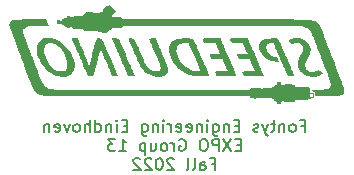
<source format=gbo>
G04 #@! TF.GenerationSoftware,KiCad,Pcbnew,(6.0.10)*
G04 #@! TF.CreationDate,2023-01-07T19:39:58+01:00*
G04 #@! TF.ProjectId,perfectV2.1v0,70657266-6563-4745-9632-2e3176302e6b,6*
G04 #@! TF.SameCoordinates,Original*
G04 #@! TF.FileFunction,Legend,Bot*
G04 #@! TF.FilePolarity,Positive*
%FSLAX46Y46*%
G04 Gerber Fmt 4.6, Leading zero omitted, Abs format (unit mm)*
G04 Created by KiCad (PCBNEW (6.0.10)) date 2023-01-07 19:39:58*
%MOMM*%
%LPD*%
G01*
G04 APERTURE LIST*
%ADD10C,0.150000*%
G04 APERTURE END LIST*
D10*
X95214285Y-88518571D02*
X95547619Y-88518571D01*
X95547619Y-89042380D02*
X95547619Y-88042380D01*
X95071428Y-88042380D01*
X94547619Y-89042380D02*
X94642857Y-88994761D01*
X94690476Y-88947142D01*
X94738095Y-88851904D01*
X94738095Y-88566190D01*
X94690476Y-88470952D01*
X94642857Y-88423333D01*
X94547619Y-88375714D01*
X94404761Y-88375714D01*
X94309523Y-88423333D01*
X94261904Y-88470952D01*
X94214285Y-88566190D01*
X94214285Y-88851904D01*
X94261904Y-88947142D01*
X94309523Y-88994761D01*
X94404761Y-89042380D01*
X94547619Y-89042380D01*
X93785714Y-88375714D02*
X93785714Y-89042380D01*
X93785714Y-88470952D02*
X93738095Y-88423333D01*
X93642857Y-88375714D01*
X93500000Y-88375714D01*
X93404761Y-88423333D01*
X93357142Y-88518571D01*
X93357142Y-89042380D01*
X93023809Y-88375714D02*
X92642857Y-88375714D01*
X92880952Y-88042380D02*
X92880952Y-88899523D01*
X92833333Y-88994761D01*
X92738095Y-89042380D01*
X92642857Y-89042380D01*
X92404761Y-88375714D02*
X92166666Y-89042380D01*
X91928571Y-88375714D02*
X92166666Y-89042380D01*
X92261904Y-89280476D01*
X92309523Y-89328095D01*
X92404761Y-89375714D01*
X91595238Y-88994761D02*
X91500000Y-89042380D01*
X91309523Y-89042380D01*
X91214285Y-88994761D01*
X91166666Y-88899523D01*
X91166666Y-88851904D01*
X91214285Y-88756666D01*
X91309523Y-88709047D01*
X91452380Y-88709047D01*
X91547619Y-88661428D01*
X91595238Y-88566190D01*
X91595238Y-88518571D01*
X91547619Y-88423333D01*
X91452380Y-88375714D01*
X91309523Y-88375714D01*
X91214285Y-88423333D01*
X89976190Y-88518571D02*
X89642857Y-88518571D01*
X89500000Y-89042380D02*
X89976190Y-89042380D01*
X89976190Y-88042380D01*
X89500000Y-88042380D01*
X89071428Y-88375714D02*
X89071428Y-89042380D01*
X89071428Y-88470952D02*
X89023809Y-88423333D01*
X88928571Y-88375714D01*
X88785714Y-88375714D01*
X88690476Y-88423333D01*
X88642857Y-88518571D01*
X88642857Y-89042380D01*
X87738095Y-88375714D02*
X87738095Y-89185238D01*
X87785714Y-89280476D01*
X87833333Y-89328095D01*
X87928571Y-89375714D01*
X88071428Y-89375714D01*
X88166666Y-89328095D01*
X87738095Y-88994761D02*
X87833333Y-89042380D01*
X88023809Y-89042380D01*
X88119047Y-88994761D01*
X88166666Y-88947142D01*
X88214285Y-88851904D01*
X88214285Y-88566190D01*
X88166666Y-88470952D01*
X88119047Y-88423333D01*
X88023809Y-88375714D01*
X87833333Y-88375714D01*
X87738095Y-88423333D01*
X87261904Y-89042380D02*
X87261904Y-88375714D01*
X87261904Y-88042380D02*
X87309523Y-88090000D01*
X87261904Y-88137619D01*
X87214285Y-88090000D01*
X87261904Y-88042380D01*
X87261904Y-88137619D01*
X86785714Y-88375714D02*
X86785714Y-89042380D01*
X86785714Y-88470952D02*
X86738095Y-88423333D01*
X86642857Y-88375714D01*
X86500000Y-88375714D01*
X86404761Y-88423333D01*
X86357142Y-88518571D01*
X86357142Y-89042380D01*
X85500000Y-88994761D02*
X85595238Y-89042380D01*
X85785714Y-89042380D01*
X85880952Y-88994761D01*
X85928571Y-88899523D01*
X85928571Y-88518571D01*
X85880952Y-88423333D01*
X85785714Y-88375714D01*
X85595238Y-88375714D01*
X85500000Y-88423333D01*
X85452380Y-88518571D01*
X85452380Y-88613809D01*
X85928571Y-88709047D01*
X84642857Y-88994761D02*
X84738095Y-89042380D01*
X84928571Y-89042380D01*
X85023809Y-88994761D01*
X85071428Y-88899523D01*
X85071428Y-88518571D01*
X85023809Y-88423333D01*
X84928571Y-88375714D01*
X84738095Y-88375714D01*
X84642857Y-88423333D01*
X84595238Y-88518571D01*
X84595238Y-88613809D01*
X85071428Y-88709047D01*
X84166666Y-89042380D02*
X84166666Y-88375714D01*
X84166666Y-88566190D02*
X84119047Y-88470952D01*
X84071428Y-88423333D01*
X83976190Y-88375714D01*
X83880952Y-88375714D01*
X83547619Y-89042380D02*
X83547619Y-88375714D01*
X83547619Y-88042380D02*
X83595238Y-88090000D01*
X83547619Y-88137619D01*
X83500000Y-88090000D01*
X83547619Y-88042380D01*
X83547619Y-88137619D01*
X83071428Y-88375714D02*
X83071428Y-89042380D01*
X83071428Y-88470952D02*
X83023809Y-88423333D01*
X82928571Y-88375714D01*
X82785714Y-88375714D01*
X82690476Y-88423333D01*
X82642857Y-88518571D01*
X82642857Y-89042380D01*
X81738095Y-88375714D02*
X81738095Y-89185238D01*
X81785714Y-89280476D01*
X81833333Y-89328095D01*
X81928571Y-89375714D01*
X82071428Y-89375714D01*
X82166666Y-89328095D01*
X81738095Y-88994761D02*
X81833333Y-89042380D01*
X82023809Y-89042380D01*
X82119047Y-88994761D01*
X82166666Y-88947142D01*
X82214285Y-88851904D01*
X82214285Y-88566190D01*
X82166666Y-88470952D01*
X82119047Y-88423333D01*
X82023809Y-88375714D01*
X81833333Y-88375714D01*
X81738095Y-88423333D01*
X80500000Y-88518571D02*
X80166666Y-88518571D01*
X80023809Y-89042380D02*
X80500000Y-89042380D01*
X80500000Y-88042380D01*
X80023809Y-88042380D01*
X79595238Y-89042380D02*
X79595238Y-88375714D01*
X79595238Y-88042380D02*
X79642857Y-88090000D01*
X79595238Y-88137619D01*
X79547619Y-88090000D01*
X79595238Y-88042380D01*
X79595238Y-88137619D01*
X79119047Y-88375714D02*
X79119047Y-89042380D01*
X79119047Y-88470952D02*
X79071428Y-88423333D01*
X78976190Y-88375714D01*
X78833333Y-88375714D01*
X78738095Y-88423333D01*
X78690476Y-88518571D01*
X78690476Y-89042380D01*
X77785714Y-89042380D02*
X77785714Y-88042380D01*
X77785714Y-88994761D02*
X77880952Y-89042380D01*
X78071428Y-89042380D01*
X78166666Y-88994761D01*
X78214285Y-88947142D01*
X78261904Y-88851904D01*
X78261904Y-88566190D01*
X78214285Y-88470952D01*
X78166666Y-88423333D01*
X78071428Y-88375714D01*
X77880952Y-88375714D01*
X77785714Y-88423333D01*
X77309523Y-89042380D02*
X77309523Y-88042380D01*
X76880952Y-89042380D02*
X76880952Y-88518571D01*
X76928571Y-88423333D01*
X77023809Y-88375714D01*
X77166666Y-88375714D01*
X77261904Y-88423333D01*
X77309523Y-88470952D01*
X76261904Y-89042380D02*
X76357142Y-88994761D01*
X76404761Y-88947142D01*
X76452380Y-88851904D01*
X76452380Y-88566190D01*
X76404761Y-88470952D01*
X76357142Y-88423333D01*
X76261904Y-88375714D01*
X76119047Y-88375714D01*
X76023809Y-88423333D01*
X75976190Y-88470952D01*
X75928571Y-88566190D01*
X75928571Y-88851904D01*
X75976190Y-88947142D01*
X76023809Y-88994761D01*
X76119047Y-89042380D01*
X76261904Y-89042380D01*
X75595238Y-88375714D02*
X75357142Y-89042380D01*
X75119047Y-88375714D01*
X74357142Y-88994761D02*
X74452380Y-89042380D01*
X74642857Y-89042380D01*
X74738095Y-88994761D01*
X74785714Y-88899523D01*
X74785714Y-88518571D01*
X74738095Y-88423333D01*
X74642857Y-88375714D01*
X74452380Y-88375714D01*
X74357142Y-88423333D01*
X74309523Y-88518571D01*
X74309523Y-88613809D01*
X74785714Y-88709047D01*
X73880952Y-88375714D02*
X73880952Y-89042380D01*
X73880952Y-88470952D02*
X73833333Y-88423333D01*
X73738095Y-88375714D01*
X73595238Y-88375714D01*
X73500000Y-88423333D01*
X73452380Y-88518571D01*
X73452380Y-89042380D01*
X90095238Y-90128571D02*
X89761904Y-90128571D01*
X89619047Y-90652380D02*
X90095238Y-90652380D01*
X90095238Y-89652380D01*
X89619047Y-89652380D01*
X89285714Y-89652380D02*
X88619047Y-90652380D01*
X88619047Y-89652380D02*
X89285714Y-90652380D01*
X88238095Y-90652380D02*
X88238095Y-89652380D01*
X87857142Y-89652380D01*
X87761904Y-89700000D01*
X87714285Y-89747619D01*
X87666666Y-89842857D01*
X87666666Y-89985714D01*
X87714285Y-90080952D01*
X87761904Y-90128571D01*
X87857142Y-90176190D01*
X88238095Y-90176190D01*
X87047619Y-89652380D02*
X86857142Y-89652380D01*
X86761904Y-89700000D01*
X86666666Y-89795238D01*
X86619047Y-89985714D01*
X86619047Y-90319047D01*
X86666666Y-90509523D01*
X86761904Y-90604761D01*
X86857142Y-90652380D01*
X87047619Y-90652380D01*
X87142857Y-90604761D01*
X87238095Y-90509523D01*
X87285714Y-90319047D01*
X87285714Y-89985714D01*
X87238095Y-89795238D01*
X87142857Y-89700000D01*
X87047619Y-89652380D01*
X84904761Y-89700000D02*
X85000000Y-89652380D01*
X85142857Y-89652380D01*
X85285714Y-89700000D01*
X85380952Y-89795238D01*
X85428571Y-89890476D01*
X85476190Y-90080952D01*
X85476190Y-90223809D01*
X85428571Y-90414285D01*
X85380952Y-90509523D01*
X85285714Y-90604761D01*
X85142857Y-90652380D01*
X85047619Y-90652380D01*
X84904761Y-90604761D01*
X84857142Y-90557142D01*
X84857142Y-90223809D01*
X85047619Y-90223809D01*
X84428571Y-90652380D02*
X84428571Y-89985714D01*
X84428571Y-90176190D02*
X84380952Y-90080952D01*
X84333333Y-90033333D01*
X84238095Y-89985714D01*
X84142857Y-89985714D01*
X83666666Y-90652380D02*
X83761904Y-90604761D01*
X83809523Y-90557142D01*
X83857142Y-90461904D01*
X83857142Y-90176190D01*
X83809523Y-90080952D01*
X83761904Y-90033333D01*
X83666666Y-89985714D01*
X83523809Y-89985714D01*
X83428571Y-90033333D01*
X83380952Y-90080952D01*
X83333333Y-90176190D01*
X83333333Y-90461904D01*
X83380952Y-90557142D01*
X83428571Y-90604761D01*
X83523809Y-90652380D01*
X83666666Y-90652380D01*
X82476190Y-89985714D02*
X82476190Y-90652380D01*
X82904761Y-89985714D02*
X82904761Y-90509523D01*
X82857142Y-90604761D01*
X82761904Y-90652380D01*
X82619047Y-90652380D01*
X82523809Y-90604761D01*
X82476190Y-90557142D01*
X82000000Y-89985714D02*
X82000000Y-90985714D01*
X82000000Y-90033333D02*
X81904761Y-89985714D01*
X81714285Y-89985714D01*
X81619047Y-90033333D01*
X81571428Y-90080952D01*
X81523809Y-90176190D01*
X81523809Y-90461904D01*
X81571428Y-90557142D01*
X81619047Y-90604761D01*
X81714285Y-90652380D01*
X81904761Y-90652380D01*
X82000000Y-90604761D01*
X79809523Y-90652380D02*
X80380952Y-90652380D01*
X80095238Y-90652380D02*
X80095238Y-89652380D01*
X80190476Y-89795238D01*
X80285714Y-89890476D01*
X80380952Y-89938095D01*
X79476190Y-89652380D02*
X78857142Y-89652380D01*
X79190476Y-90033333D01*
X79047619Y-90033333D01*
X78952380Y-90080952D01*
X78904761Y-90128571D01*
X78857142Y-90223809D01*
X78857142Y-90461904D01*
X78904761Y-90557142D01*
X78952380Y-90604761D01*
X79047619Y-90652380D01*
X79333333Y-90652380D01*
X79428571Y-90604761D01*
X79476190Y-90557142D01*
X87619047Y-91738571D02*
X87952380Y-91738571D01*
X87952380Y-92262380D02*
X87952380Y-91262380D01*
X87476190Y-91262380D01*
X86666666Y-92262380D02*
X86666666Y-91738571D01*
X86714285Y-91643333D01*
X86809523Y-91595714D01*
X87000000Y-91595714D01*
X87095238Y-91643333D01*
X86666666Y-92214761D02*
X86761904Y-92262380D01*
X87000000Y-92262380D01*
X87095238Y-92214761D01*
X87142857Y-92119523D01*
X87142857Y-92024285D01*
X87095238Y-91929047D01*
X87000000Y-91881428D01*
X86761904Y-91881428D01*
X86666666Y-91833809D01*
X86047619Y-92262380D02*
X86142857Y-92214761D01*
X86190476Y-92119523D01*
X86190476Y-91262380D01*
X85523809Y-92262380D02*
X85619047Y-92214761D01*
X85666666Y-92119523D01*
X85666666Y-91262380D01*
X84428571Y-91357619D02*
X84380952Y-91310000D01*
X84285714Y-91262380D01*
X84047619Y-91262380D01*
X83952380Y-91310000D01*
X83904761Y-91357619D01*
X83857142Y-91452857D01*
X83857142Y-91548095D01*
X83904761Y-91690952D01*
X84476190Y-92262380D01*
X83857142Y-92262380D01*
X83238095Y-91262380D02*
X83142857Y-91262380D01*
X83047619Y-91310000D01*
X83000000Y-91357619D01*
X82952380Y-91452857D01*
X82904761Y-91643333D01*
X82904761Y-91881428D01*
X82952380Y-92071904D01*
X83000000Y-92167142D01*
X83047619Y-92214761D01*
X83142857Y-92262380D01*
X83238095Y-92262380D01*
X83333333Y-92214761D01*
X83380952Y-92167142D01*
X83428571Y-92071904D01*
X83476190Y-91881428D01*
X83476190Y-91643333D01*
X83428571Y-91452857D01*
X83380952Y-91357619D01*
X83333333Y-91310000D01*
X83238095Y-91262380D01*
X82523809Y-91357619D02*
X82476190Y-91310000D01*
X82380952Y-91262380D01*
X82142857Y-91262380D01*
X82047619Y-91310000D01*
X82000000Y-91357619D01*
X81952380Y-91452857D01*
X81952380Y-91548095D01*
X82000000Y-91690952D01*
X82571428Y-92262380D01*
X81952380Y-92262380D01*
X81571428Y-91357619D02*
X81523809Y-91310000D01*
X81428571Y-91262380D01*
X81190476Y-91262380D01*
X81095238Y-91310000D01*
X81047619Y-91357619D01*
X81000000Y-91452857D01*
X81000000Y-91548095D01*
X81047619Y-91690952D01*
X81619047Y-92262380D01*
X81000000Y-92262380D01*
G36*
X88435856Y-81245115D02*
G01*
X88442809Y-81261347D01*
X88464771Y-81312430D01*
X88496302Y-81385619D01*
X88535872Y-81477367D01*
X88581948Y-81584125D01*
X88633000Y-81702345D01*
X88687496Y-81828478D01*
X88743906Y-81958976D01*
X88798789Y-82085919D01*
X88872451Y-82256309D01*
X88950788Y-82437527D01*
X89030492Y-82621920D01*
X89108254Y-82801832D01*
X89180766Y-82969610D01*
X89244719Y-83117599D01*
X89301612Y-83249201D01*
X89362891Y-83390844D01*
X89424002Y-83531999D01*
X89482608Y-83667274D01*
X89536373Y-83791277D01*
X89582960Y-83898613D01*
X89620033Y-83983891D01*
X89638004Y-84025352D01*
X89674842Y-84111542D01*
X89706492Y-84187216D01*
X89731232Y-84248166D01*
X89747338Y-84290181D01*
X89753090Y-84309053D01*
X89751061Y-84310719D01*
X89726387Y-84314880D01*
X89676255Y-84318554D01*
X89603903Y-84321739D01*
X89512568Y-84324434D01*
X89405487Y-84326638D01*
X89285897Y-84328349D01*
X89157037Y-84329565D01*
X89022143Y-84330285D01*
X88884453Y-84330507D01*
X88747204Y-84330230D01*
X88613634Y-84329453D01*
X88486979Y-84328173D01*
X88370478Y-84326389D01*
X88267368Y-84324100D01*
X88180886Y-84321304D01*
X88114270Y-84317999D01*
X88070756Y-84314185D01*
X88053583Y-84309859D01*
X88049769Y-84303445D01*
X88032300Y-84269132D01*
X88009186Y-84219146D01*
X87982995Y-84159618D01*
X87956296Y-84096675D01*
X87931658Y-84036450D01*
X87911651Y-83985071D01*
X87898842Y-83948668D01*
X87895802Y-83933372D01*
X87895904Y-83933294D01*
X87913393Y-83931372D01*
X87957282Y-83929606D01*
X88024206Y-83928047D01*
X88110799Y-83926745D01*
X88213696Y-83925753D01*
X88329529Y-83925120D01*
X88454934Y-83924897D01*
X88496550Y-83924872D01*
X88648732Y-83924274D01*
X88775052Y-83922894D01*
X88874704Y-83920753D01*
X88946882Y-83917873D01*
X88990780Y-83914277D01*
X89005592Y-83909986D01*
X89005574Y-83909574D01*
X89002244Y-83897748D01*
X88992646Y-83872338D01*
X88976046Y-83831627D01*
X88951705Y-83773899D01*
X88918889Y-83697438D01*
X88876860Y-83600526D01*
X88824882Y-83481448D01*
X88762219Y-83338486D01*
X88688135Y-83169924D01*
X88660679Y-83107233D01*
X88627572Y-83030845D01*
X88599634Y-82965491D01*
X88579182Y-82916602D01*
X88568534Y-82889612D01*
X88554167Y-82848499D01*
X88081597Y-82848499D01*
X87943748Y-82848201D01*
X87833268Y-82847273D01*
X87747698Y-82845617D01*
X87684577Y-82843139D01*
X87641442Y-82839743D01*
X87615835Y-82835332D01*
X87605294Y-82829812D01*
X87605094Y-82829490D01*
X87591673Y-82803498D01*
X87571028Y-82758689D01*
X87545935Y-82701648D01*
X87519169Y-82638964D01*
X87493509Y-82577223D01*
X87471730Y-82523014D01*
X87456608Y-82482923D01*
X87450920Y-82463538D01*
X87451121Y-82462426D01*
X87459936Y-82457155D01*
X87483613Y-82452972D01*
X87524657Y-82449778D01*
X87585575Y-82447470D01*
X87668872Y-82445947D01*
X87777053Y-82445107D01*
X87912625Y-82444850D01*
X88374456Y-82444850D01*
X88177029Y-81985138D01*
X87979603Y-81525427D01*
X87494687Y-81521166D01*
X87009770Y-81516905D01*
X86931174Y-81334291D01*
X86924689Y-81319185D01*
X86896463Y-81252455D01*
X86873584Y-81196796D01*
X86858257Y-81157651D01*
X86852687Y-81140465D01*
X86854219Y-81139757D01*
X86877731Y-81137628D01*
X86927450Y-81135652D01*
X87000581Y-81133867D01*
X87094328Y-81132315D01*
X87205897Y-81131036D01*
X87332492Y-81130073D01*
X87471318Y-81129464D01*
X87619579Y-81129253D01*
X88386363Y-81129253D01*
X88435856Y-81245115D01*
G37*
G36*
X76035050Y-83554591D02*
G01*
X76000002Y-83727918D01*
X75939099Y-83888787D01*
X75922473Y-83921732D01*
X75836302Y-84054079D01*
X75730000Y-84164592D01*
X75604547Y-84252552D01*
X75460920Y-84317242D01*
X75300098Y-84357943D01*
X75236363Y-84365405D01*
X75143455Y-84370188D01*
X75038961Y-84370997D01*
X74932526Y-84367958D01*
X74833799Y-84361197D01*
X74752427Y-84350838D01*
X74683390Y-84337125D01*
X74478774Y-84277389D01*
X74274414Y-84190090D01*
X74072727Y-84076860D01*
X73876132Y-83939334D01*
X73687045Y-83779143D01*
X73507884Y-83597923D01*
X73341067Y-83397305D01*
X73326303Y-83377698D01*
X73186855Y-83166752D01*
X73065439Y-82933406D01*
X72962982Y-82679650D01*
X72880408Y-82407475D01*
X72867274Y-82354874D01*
X72854352Y-82294926D01*
X72845922Y-82239096D01*
X72841089Y-82178882D01*
X72838955Y-82105784D01*
X72838860Y-82078576D01*
X73454418Y-82078576D01*
X73455649Y-82120300D01*
X73476329Y-82310753D01*
X73520189Y-82509724D01*
X73584931Y-82712130D01*
X73668257Y-82912889D01*
X73767867Y-83106917D01*
X73881465Y-83289132D01*
X74006750Y-83454452D01*
X74141426Y-83597794D01*
X74176084Y-83629797D01*
X74293055Y-83726382D01*
X74406671Y-83800386D01*
X74523464Y-83855640D01*
X74649970Y-83895975D01*
X74747757Y-83914860D01*
X74870570Y-83922997D01*
X74988572Y-83914799D01*
X75094662Y-83890855D01*
X75181741Y-83851756D01*
X75186504Y-83848753D01*
X75260959Y-83786391D01*
X75325767Y-83704329D01*
X75373281Y-83612134D01*
X75378096Y-83598857D01*
X75400003Y-83508167D01*
X75412062Y-83398314D01*
X75414085Y-83277086D01*
X75405884Y-83152269D01*
X75387272Y-83031651D01*
X75329811Y-82804541D01*
X75242919Y-82564943D01*
X75132934Y-82343492D01*
X75000196Y-82140862D01*
X74845048Y-81957728D01*
X74718749Y-81835964D01*
X74574415Y-81722059D01*
X74429372Y-81635625D01*
X74281213Y-81575490D01*
X74127532Y-81540480D01*
X73965921Y-81529424D01*
X73938959Y-81529868D01*
X73807134Y-81544483D01*
X73696588Y-81579913D01*
X73607076Y-81636424D01*
X73538349Y-81714281D01*
X73490162Y-81813749D01*
X73462267Y-81935092D01*
X73454418Y-82078576D01*
X72838860Y-82078576D01*
X72838625Y-82011301D01*
X72839268Y-81920610D01*
X72841212Y-81851953D01*
X72845243Y-81799559D01*
X72852150Y-81756578D01*
X72862720Y-81716158D01*
X72877743Y-81671449D01*
X72900881Y-81610672D01*
X72950062Y-81508134D01*
X73010494Y-81417448D01*
X73089516Y-81326665D01*
X73151190Y-81268635D01*
X73264582Y-81189804D01*
X73394013Y-81131913D01*
X73542178Y-81093870D01*
X73711772Y-81074583D01*
X73920800Y-81076869D01*
X74135776Y-81107463D01*
X74350207Y-81165485D01*
X74561957Y-81249801D01*
X74768886Y-81359278D01*
X74968859Y-81492782D01*
X75159739Y-81649178D01*
X75339386Y-81827335D01*
X75505666Y-82026116D01*
X75591762Y-82144367D01*
X75725924Y-82354269D01*
X75837176Y-82564372D01*
X75925097Y-82772866D01*
X75989265Y-82977943D01*
X76029260Y-83177796D01*
X76037191Y-83277086D01*
X76044662Y-83370614D01*
X76035050Y-83554591D01*
G37*
G36*
X79395703Y-81131792D02*
G01*
X79484479Y-81132667D01*
X79770548Y-81136728D01*
X80035025Y-81749676D01*
X80046735Y-81776814D01*
X80107642Y-81917936D01*
X80177563Y-82079897D01*
X80254148Y-82257261D01*
X80335050Y-82444591D01*
X80417921Y-82636454D01*
X80500414Y-82827412D01*
X80580181Y-83012031D01*
X80654875Y-83184874D01*
X80708321Y-83308534D01*
X80773146Y-83458527D01*
X80835174Y-83602051D01*
X80893110Y-83736108D01*
X80945658Y-83857703D01*
X80991524Y-83963838D01*
X81029413Y-84051517D01*
X81058029Y-84117744D01*
X81076078Y-84159520D01*
X81098872Y-84212826D01*
X81121167Y-84266262D01*
X81136319Y-84304145D01*
X81141907Y-84320555D01*
X81141803Y-84320787D01*
X81125329Y-84323210D01*
X81083917Y-84324930D01*
X81022141Y-84325872D01*
X80944575Y-84325963D01*
X80855792Y-84325132D01*
X80569676Y-84321071D01*
X80398814Y-83924897D01*
X80355531Y-83824551D01*
X80304902Y-83707212D01*
X80255434Y-83592593D01*
X80209794Y-83486879D01*
X80170653Y-83396252D01*
X80140680Y-83326898D01*
X80138103Y-83320939D01*
X80110949Y-83258132D01*
X80074084Y-83172853D01*
X80029424Y-83069533D01*
X79978883Y-82952603D01*
X79924376Y-82826492D01*
X79867819Y-82695631D01*
X79811126Y-82564450D01*
X79806121Y-82552870D01*
X79748793Y-82420216D01*
X79691327Y-82287245D01*
X79635723Y-82158583D01*
X79583981Y-82038857D01*
X79538101Y-81932696D01*
X79500083Y-81844727D01*
X79471927Y-81779576D01*
X79405485Y-81625717D01*
X79346803Y-81489528D01*
X79298861Y-81377878D01*
X79261035Y-81289301D01*
X79232701Y-81222330D01*
X79213235Y-81175497D01*
X79202013Y-81147334D01*
X79198411Y-81136375D01*
X79198514Y-81136168D01*
X79214976Y-81134012D01*
X79256377Y-81132524D01*
X79318145Y-81131764D01*
X79395703Y-81131792D01*
G37*
G36*
X78125621Y-81132585D02*
G01*
X78336898Y-81136728D01*
X78446908Y-81390877D01*
X78473524Y-81452363D01*
X78545092Y-81617657D01*
X78605495Y-81757102D01*
X78655252Y-81871894D01*
X78694883Y-81963231D01*
X78724906Y-82032309D01*
X78745842Y-82080325D01*
X78758209Y-82108476D01*
X78767701Y-82130016D01*
X78792523Y-82186777D01*
X78828921Y-82270334D01*
X78876723Y-82380288D01*
X78935752Y-82516237D01*
X79005835Y-82677778D01*
X79086798Y-82864512D01*
X79178466Y-83076036D01*
X79280666Y-83311948D01*
X79339951Y-83448820D01*
X79399225Y-83585663D01*
X79455562Y-83715721D01*
X79507471Y-83835553D01*
X79553461Y-83941717D01*
X79592040Y-84030770D01*
X79621718Y-84099270D01*
X79641003Y-84143775D01*
X79663183Y-84195950D01*
X79685717Y-84251502D01*
X79701050Y-84292409D01*
X79706710Y-84312333D01*
X79703455Y-84316452D01*
X79680913Y-84321889D01*
X79635064Y-84325079D01*
X79563730Y-84326137D01*
X79464734Y-84325179D01*
X79222758Y-84321071D01*
X79122522Y-84089347D01*
X79118785Y-84080704D01*
X79084561Y-84001271D01*
X79041788Y-83901620D01*
X78991821Y-83784931D01*
X78936013Y-83654385D01*
X78875719Y-83513163D01*
X78812291Y-83364445D01*
X78747083Y-83211413D01*
X78681449Y-83057246D01*
X78616742Y-82905125D01*
X78554316Y-82758231D01*
X78495525Y-82619745D01*
X78441722Y-82492847D01*
X78394261Y-82380719D01*
X78354496Y-82286540D01*
X78323780Y-82213492D01*
X78303466Y-82164754D01*
X78302307Y-82161949D01*
X78274955Y-82097689D01*
X78251122Y-82045137D01*
X78233333Y-82009646D01*
X78224113Y-81996567D01*
X78223235Y-81996720D01*
X78213571Y-82012067D01*
X78204200Y-82044938D01*
X78200675Y-82061683D01*
X78186127Y-82125931D01*
X78165472Y-82212798D01*
X78139878Y-82317677D01*
X78110515Y-82435960D01*
X78078554Y-82563038D01*
X78045164Y-82694302D01*
X78011516Y-82825146D01*
X77978778Y-82950961D01*
X77948121Y-83067139D01*
X77920715Y-83169070D01*
X77897730Y-83252148D01*
X77896271Y-83257308D01*
X77851210Y-83415724D01*
X77806970Y-83569486D01*
X77764358Y-83715913D01*
X77724182Y-83852323D01*
X77687247Y-83976035D01*
X77654360Y-84084367D01*
X77626327Y-84174637D01*
X77603957Y-84244165D01*
X77588054Y-84290269D01*
X77579426Y-84310267D01*
X77575991Y-84313409D01*
X77555083Y-84320550D01*
X77515232Y-84324730D01*
X77452814Y-84326202D01*
X77364203Y-84325217D01*
X77163880Y-84321071D01*
X76976349Y-83887522D01*
X76861087Y-83621059D01*
X76738050Y-83336644D01*
X76612477Y-83046388D01*
X76486770Y-82755838D01*
X76363329Y-82470542D01*
X76244552Y-82196047D01*
X76132842Y-81937902D01*
X76030598Y-81701653D01*
X76009913Y-81653832D01*
X75959042Y-81535959D01*
X75912558Y-81427882D01*
X75871714Y-81332541D01*
X75837765Y-81252874D01*
X75811963Y-81191817D01*
X75795563Y-81152311D01*
X75789818Y-81137292D01*
X75796665Y-81135401D01*
X75828530Y-81132957D01*
X75881913Y-81131008D01*
X75951858Y-81129719D01*
X76033405Y-81129253D01*
X76276992Y-81129253D01*
X76495876Y-81641289D01*
X76510533Y-81675575D01*
X76568391Y-81810923D01*
X76634521Y-81965619D01*
X76706216Y-82133331D01*
X76780768Y-82307726D01*
X76855471Y-82482473D01*
X76927617Y-82651239D01*
X76994499Y-82807692D01*
X76995618Y-82810307D01*
X77051713Y-82941205D01*
X77104211Y-83063109D01*
X77151952Y-83173374D01*
X77193780Y-83269353D01*
X77228536Y-83348400D01*
X77255063Y-83407870D01*
X77272204Y-83445117D01*
X77278801Y-83457495D01*
X77278824Y-83457468D01*
X77283543Y-83441896D01*
X77294706Y-83400640D01*
X77311469Y-83336947D01*
X77332988Y-83254063D01*
X77358421Y-83155234D01*
X77386926Y-83043708D01*
X77417658Y-82922729D01*
X77466604Y-82732704D01*
X77534604Y-82476742D01*
X77612034Y-82192958D01*
X77698819Y-81881627D01*
X77794881Y-81543027D01*
X77900144Y-81177435D01*
X77914343Y-81128442D01*
X78125621Y-81132585D01*
G37*
G36*
X83022071Y-81409565D02*
G01*
X83052966Y-81481210D01*
X83099963Y-81590061D01*
X83153131Y-81713092D01*
X83209284Y-81842929D01*
X83265231Y-81972199D01*
X83317785Y-82093526D01*
X83348000Y-82163260D01*
X83442340Y-82381330D01*
X83525569Y-82574532D01*
X83598382Y-82744801D01*
X83661476Y-82894077D01*
X83715546Y-83024295D01*
X83761288Y-83137393D01*
X83799397Y-83235309D01*
X83830570Y-83319979D01*
X83855501Y-83393341D01*
X83874887Y-83457332D01*
X83889423Y-83513889D01*
X83899804Y-83564950D01*
X83906728Y-83612451D01*
X83910888Y-83658331D01*
X83912981Y-83704525D01*
X83913703Y-83752972D01*
X83913331Y-83810411D01*
X83907800Y-83899832D01*
X83893721Y-83971352D01*
X83868439Y-84032585D01*
X83829299Y-84091146D01*
X83773647Y-84154647D01*
X83771956Y-84156428D01*
X83676763Y-84237292D01*
X83561839Y-84299862D01*
X83424091Y-84345830D01*
X83417970Y-84347331D01*
X83338570Y-84360272D01*
X83238521Y-84367831D01*
X83125798Y-84370175D01*
X83008381Y-84367471D01*
X82894246Y-84359889D01*
X82791369Y-84347595D01*
X82707729Y-84330758D01*
X82686926Y-84325043D01*
X82486787Y-84253541D01*
X82293510Y-84155075D01*
X82110443Y-84032157D01*
X81940932Y-83887297D01*
X81788323Y-83723005D01*
X81655963Y-83541791D01*
X81638117Y-83512988D01*
X81604277Y-83453821D01*
X81565540Y-83380651D01*
X81521106Y-83291767D01*
X81470174Y-83185459D01*
X81411945Y-83060019D01*
X81345617Y-82913735D01*
X81270390Y-82744898D01*
X81185465Y-82551798D01*
X81090040Y-82332725D01*
X81071094Y-82289065D01*
X81006369Y-82139950D01*
X80942708Y-81993344D01*
X80881658Y-81852809D01*
X80824768Y-81721905D01*
X80773585Y-81604191D01*
X80729655Y-81503228D01*
X80694527Y-81422576D01*
X80669749Y-81365795D01*
X80648750Y-81317551D01*
X80619002Y-81248373D01*
X80595245Y-81192082D01*
X80579505Y-81153502D01*
X80573808Y-81137455D01*
X80583360Y-81135205D01*
X80618355Y-81133166D01*
X80674471Y-81131999D01*
X80746881Y-81131792D01*
X80830759Y-81132637D01*
X81087710Y-81136728D01*
X81257917Y-81532902D01*
X81264085Y-81547257D01*
X81316501Y-81669330D01*
X81376845Y-81809950D01*
X81441729Y-81961223D01*
X81507769Y-82115253D01*
X81571578Y-82264144D01*
X81629770Y-82400000D01*
X81635784Y-82414038D01*
X81725166Y-82620844D01*
X81805276Y-82802130D01*
X81877357Y-82960190D01*
X81942651Y-83097321D01*
X82002401Y-83215817D01*
X82057848Y-83317973D01*
X82110237Y-83406085D01*
X82160808Y-83482446D01*
X82210805Y-83549352D01*
X82261470Y-83609099D01*
X82314045Y-83663980D01*
X82420527Y-83758698D01*
X82529789Y-83831589D01*
X82643136Y-83880579D01*
X82766547Y-83908226D01*
X82906004Y-83917087D01*
X82943959Y-83916989D01*
X83008459Y-83915089D01*
X83054537Y-83909932D01*
X83090031Y-83900366D01*
X83122778Y-83885240D01*
X83151264Y-83868430D01*
X83225857Y-83803819D01*
X83275613Y-83722567D01*
X83300447Y-83624801D01*
X83301879Y-83609424D01*
X83302365Y-83567166D01*
X83297779Y-83518840D01*
X83287443Y-83462531D01*
X83270676Y-83396322D01*
X83246799Y-83318298D01*
X83215132Y-83226543D01*
X83174996Y-83119143D01*
X83125711Y-82994181D01*
X83066598Y-82849741D01*
X82996976Y-82683908D01*
X82916167Y-82494766D01*
X82823490Y-82280400D01*
X82787201Y-82196809D01*
X82696012Y-81986538D01*
X82616253Y-81802264D01*
X82547493Y-81642978D01*
X82489300Y-81507669D01*
X82441243Y-81395327D01*
X82402891Y-81304940D01*
X82373813Y-81235499D01*
X82353576Y-81185993D01*
X82341751Y-81155411D01*
X82337905Y-81142743D01*
X82351905Y-81138469D01*
X82391456Y-81134752D01*
X82452176Y-81131837D01*
X82529683Y-81129934D01*
X82619598Y-81129253D01*
X82901291Y-81129253D01*
X83022071Y-81409565D01*
G37*
G36*
X78964185Y-78294609D02*
G01*
X78993216Y-78318361D01*
X79038408Y-78357802D01*
X79096642Y-78410153D01*
X79164799Y-78472637D01*
X79239757Y-78542476D01*
X79295466Y-78594896D01*
X79367119Y-78663029D01*
X79420634Y-78715331D01*
X79458405Y-78754478D01*
X79482829Y-78783144D01*
X79496300Y-78804005D01*
X79501215Y-78819735D01*
X79499970Y-78833009D01*
X79494274Y-78844317D01*
X79469946Y-78877570D01*
X79430501Y-78924623D01*
X79379812Y-78980937D01*
X79321748Y-79041974D01*
X79286398Y-79078459D01*
X79225564Y-79143978D01*
X79184225Y-79194364D01*
X79160573Y-79233007D01*
X79152803Y-79263299D01*
X79159107Y-79288629D01*
X79177680Y-79312390D01*
X79191827Y-79319220D01*
X79233746Y-79326874D01*
X79295737Y-79331855D01*
X79372043Y-79334269D01*
X79456911Y-79334221D01*
X79544584Y-79331819D01*
X79629307Y-79327167D01*
X79705325Y-79320371D01*
X79766882Y-79311538D01*
X79808224Y-79300775D01*
X79818669Y-79296865D01*
X79869759Y-79284329D01*
X79909760Y-79284575D01*
X79924332Y-79291510D01*
X79959852Y-79317255D01*
X80005207Y-79356542D01*
X80054086Y-79404141D01*
X80161015Y-79514322D01*
X87988159Y-79518474D01*
X88394765Y-79518691D01*
X88953076Y-79518995D01*
X89482789Y-79519294D01*
X89984673Y-79519591D01*
X90459495Y-79519888D01*
X90908023Y-79520189D01*
X91331024Y-79520496D01*
X91729266Y-79520812D01*
X92103516Y-79521141D01*
X92454543Y-79521486D01*
X92783113Y-79521849D01*
X93089995Y-79522233D01*
X93375955Y-79522642D01*
X93641763Y-79523078D01*
X93888184Y-79523544D01*
X94115987Y-79524044D01*
X94325940Y-79524581D01*
X94518809Y-79525156D01*
X94695364Y-79525774D01*
X94856370Y-79526437D01*
X95002597Y-79527149D01*
X95134810Y-79527912D01*
X95253779Y-79528729D01*
X95360271Y-79529603D01*
X95455052Y-79530538D01*
X95538892Y-79531535D01*
X95612557Y-79532599D01*
X95676815Y-79533733D01*
X95732434Y-79534938D01*
X95780182Y-79536218D01*
X95820825Y-79537577D01*
X95855132Y-79539017D01*
X95883869Y-79540541D01*
X95907806Y-79542152D01*
X95927709Y-79543853D01*
X95944346Y-79545648D01*
X95958485Y-79547538D01*
X95970892Y-79549527D01*
X96057215Y-79566096D01*
X96244680Y-79615791D01*
X96407017Y-79680229D01*
X96545109Y-79759881D01*
X96659840Y-79855218D01*
X96752093Y-79966714D01*
X96756370Y-79973013D01*
X96771860Y-79996022D01*
X96786416Y-80018447D01*
X96800680Y-80041876D01*
X96815293Y-80067892D01*
X96830895Y-80098082D01*
X96848129Y-80134031D01*
X96867634Y-80177325D01*
X96890051Y-80229549D01*
X96916023Y-80292288D01*
X96946189Y-80367129D01*
X96981191Y-80455656D01*
X97021670Y-80559455D01*
X97068266Y-80680112D01*
X97121621Y-80819212D01*
X97182376Y-80978340D01*
X97251172Y-81159083D01*
X97328650Y-81363026D01*
X97415450Y-81591753D01*
X97512214Y-81846851D01*
X97559314Y-81971029D01*
X97659091Y-82234079D01*
X97749430Y-82472245D01*
X97831144Y-82687659D01*
X97905040Y-82882455D01*
X97971929Y-83058766D01*
X98032621Y-83218725D01*
X98087925Y-83364467D01*
X98138651Y-83498124D01*
X98185609Y-83621830D01*
X98229608Y-83737718D01*
X98271458Y-83847922D01*
X98311970Y-83954575D01*
X98351951Y-84059811D01*
X98392213Y-84165762D01*
X98433565Y-84274563D01*
X98476817Y-84388346D01*
X98507500Y-84469095D01*
X98577211Y-84652957D01*
X98637208Y-84812059D01*
X98688236Y-84948642D01*
X98731041Y-85064950D01*
X98766368Y-85163225D01*
X98794961Y-85245711D01*
X98817565Y-85314649D01*
X98834926Y-85372284D01*
X98847789Y-85420857D01*
X98856898Y-85462612D01*
X98862999Y-85499791D01*
X98866838Y-85534638D01*
X98869157Y-85569394D01*
X98871647Y-85626748D01*
X98870842Y-85670791D01*
X98864267Y-85703165D01*
X98849849Y-85733448D01*
X98825519Y-85771219D01*
X98803034Y-85801106D01*
X98737346Y-85861857D01*
X98650989Y-85911441D01*
X98541921Y-85950670D01*
X98408103Y-85980357D01*
X98247493Y-86001313D01*
X98223923Y-86002927D01*
X98166284Y-86005244D01*
X98084104Y-86007454D01*
X97980573Y-86009511D01*
X97858878Y-86011370D01*
X97722208Y-86012982D01*
X97573753Y-86014300D01*
X97416700Y-86015280D01*
X97254238Y-86015873D01*
X96390877Y-86017893D01*
X96390657Y-85879606D01*
X96390486Y-85860954D01*
X96387334Y-85792659D01*
X96380874Y-85738118D01*
X96371969Y-85705385D01*
X96340184Y-85662590D01*
X96278362Y-85622769D01*
X96194848Y-85601649D01*
X96193782Y-85601519D01*
X96147972Y-85595046D01*
X96124361Y-85586337D01*
X96115591Y-85569712D01*
X96114303Y-85539494D01*
X96114303Y-85487169D01*
X96562802Y-85477701D01*
X96629720Y-85476196D01*
X96786970Y-85471678D01*
X96919751Y-85466089D01*
X97031996Y-85459094D01*
X97127636Y-85450360D01*
X97210605Y-85439552D01*
X97284833Y-85426335D01*
X97354253Y-85410374D01*
X97448066Y-85380724D01*
X97552821Y-85327871D01*
X97631998Y-85260138D01*
X97686016Y-85177139D01*
X97715293Y-85078489D01*
X97715877Y-85074781D01*
X97718718Y-85053571D01*
X97720239Y-85031804D01*
X97719920Y-85007959D01*
X97717244Y-84980515D01*
X97711692Y-84947950D01*
X97702744Y-84908745D01*
X97689882Y-84861377D01*
X97672587Y-84804326D01*
X97650341Y-84736071D01*
X97622624Y-84655090D01*
X97588918Y-84559863D01*
X97548705Y-84448868D01*
X97501465Y-84320585D01*
X97446679Y-84173493D01*
X97383829Y-84006069D01*
X97312396Y-83816794D01*
X97231861Y-83604147D01*
X97141706Y-83366605D01*
X97041412Y-83102649D01*
X97019900Y-83046042D01*
X96973093Y-82922843D01*
X96918381Y-82778798D01*
X96857512Y-82618515D01*
X96792235Y-82446599D01*
X96724298Y-82267656D01*
X96655451Y-82086292D01*
X96587442Y-81907114D01*
X96522021Y-81734726D01*
X96464222Y-81582643D01*
X96389204Y-81386356D01*
X96322889Y-81214764D01*
X96264318Y-81065881D01*
X96212530Y-80937724D01*
X96166565Y-80828308D01*
X96125462Y-80735650D01*
X96088261Y-80657764D01*
X96054003Y-80592666D01*
X96021725Y-80538373D01*
X95990469Y-80492900D01*
X95959273Y-80454262D01*
X95927178Y-80420476D01*
X95893222Y-80389557D01*
X95856447Y-80359520D01*
X95835923Y-80343676D01*
X95742350Y-80278963D01*
X95644775Y-80224845D01*
X95539531Y-80180337D01*
X95422951Y-80144452D01*
X95291367Y-80116204D01*
X95141113Y-80094609D01*
X94968522Y-80078680D01*
X94769928Y-80067432D01*
X94750027Y-80066833D01*
X94694807Y-80065904D01*
X94611108Y-80064995D01*
X94499800Y-80064108D01*
X94361751Y-80063243D01*
X94197830Y-80062403D01*
X94008907Y-80061590D01*
X93795850Y-80060804D01*
X93559528Y-80060048D01*
X93300810Y-80059322D01*
X93020566Y-80058630D01*
X92719664Y-80057972D01*
X92398972Y-80057350D01*
X92059361Y-80056766D01*
X91701700Y-80056222D01*
X91326856Y-80055718D01*
X90935699Y-80055257D01*
X90529098Y-80054841D01*
X90107922Y-80054470D01*
X89673040Y-80054148D01*
X89225321Y-80053874D01*
X88765634Y-80053652D01*
X88294847Y-80053482D01*
X87813831Y-80053366D01*
X87323453Y-80053306D01*
X80192050Y-80052855D01*
X80136628Y-80090515D01*
X80123338Y-80100051D01*
X80087500Y-80130865D01*
X80065658Y-80157226D01*
X80055955Y-80170356D01*
X80024839Y-80200314D01*
X79984104Y-80231690D01*
X79970867Y-80240384D01*
X79899204Y-80271559D01*
X79827652Y-80273729D01*
X79751560Y-80247204D01*
X79747414Y-80245125D01*
X79718452Y-80233149D01*
X79685006Y-80225137D01*
X79640726Y-80220356D01*
X79579264Y-80218075D01*
X79494268Y-80217564D01*
X79295586Y-80217823D01*
X79089461Y-80335816D01*
X79004617Y-80385564D01*
X78934389Y-80430626D01*
X78880569Y-80471533D01*
X78837743Y-80512935D01*
X78800495Y-80559482D01*
X78763412Y-80615824D01*
X78756942Y-80626150D01*
X78739742Y-80648581D01*
X78719231Y-80660386D01*
X78686548Y-80664946D01*
X78632830Y-80665642D01*
X78584238Y-80663511D01*
X78515842Y-80655357D01*
X78459749Y-80643217D01*
X78402042Y-80631469D01*
X78322068Y-80623715D01*
X78228736Y-80620954D01*
X78181905Y-80620887D01*
X78126678Y-80619784D01*
X78089981Y-80616019D01*
X78064807Y-80607954D01*
X78044148Y-80593949D01*
X78020997Y-80572366D01*
X77970883Y-80523779D01*
X76783991Y-80508829D01*
X76779445Y-80438099D01*
X76779158Y-80433662D01*
X76776116Y-80400669D01*
X76769640Y-80374910D01*
X76756419Y-80355490D01*
X76733147Y-80341513D01*
X76696514Y-80332085D01*
X76643214Y-80326310D01*
X76569939Y-80323293D01*
X76473379Y-80322140D01*
X76350228Y-80321954D01*
X75990393Y-80321954D01*
X75924367Y-80254679D01*
X75901732Y-80231850D01*
X75872349Y-80206183D01*
X75844838Y-80193045D01*
X75808607Y-80188302D01*
X75753067Y-80187820D01*
X75700144Y-80189129D01*
X75657874Y-80195019D01*
X75624565Y-80208516D01*
X75589067Y-80232670D01*
X75569387Y-80246497D01*
X75530255Y-80268447D01*
X75502134Y-80277104D01*
X75478450Y-80267229D01*
X75442412Y-80240738D01*
X75402189Y-80203454D01*
X75359869Y-80163499D01*
X75318471Y-80135734D01*
X75279927Y-80124967D01*
X75275072Y-80124445D01*
X75234747Y-80111229D01*
X75209794Y-80079017D01*
X75207411Y-80073965D01*
X75197246Y-80053559D01*
X75185788Y-80041594D01*
X75165894Y-80035617D01*
X75130419Y-80033179D01*
X75072219Y-80031829D01*
X75024108Y-80029399D01*
X74980280Y-80024333D01*
X74956357Y-80017939D01*
X74949750Y-80009500D01*
X74940852Y-79973591D01*
X74937669Y-79916177D01*
X74935892Y-79864298D01*
X74929949Y-79837980D01*
X74918982Y-79833842D01*
X74908154Y-79838213D01*
X74851288Y-79858938D01*
X74785359Y-79880337D01*
X74717822Y-79900290D01*
X74656129Y-79916676D01*
X74607733Y-79927376D01*
X74580088Y-79930267D01*
X74574018Y-79929527D01*
X74558217Y-79925496D01*
X74548452Y-79914681D01*
X74543116Y-79891306D01*
X74540599Y-79849590D01*
X74539293Y-79783755D01*
X74538654Y-79715081D01*
X74539976Y-79647732D01*
X74544595Y-79602753D01*
X74553424Y-79575892D01*
X74567373Y-79562893D01*
X74587354Y-79559506D01*
X74596342Y-79560479D01*
X74633085Y-79568631D01*
X74686899Y-79583160D01*
X74750091Y-79601760D01*
X74814965Y-79622124D01*
X74873827Y-79641946D01*
X74918982Y-79658919D01*
X74929899Y-79654868D01*
X74935870Y-79628694D01*
X74937669Y-79576584D01*
X74938990Y-79535447D01*
X74943486Y-79496759D01*
X74950068Y-79478858D01*
X74950297Y-79478723D01*
X74971178Y-79472575D01*
X75012633Y-79463961D01*
X75065930Y-79454701D01*
X75113327Y-79445626D01*
X75169549Y-79427202D01*
X75207587Y-79401682D01*
X75209645Y-79399762D01*
X75246601Y-79375198D01*
X75282337Y-79364967D01*
X75303976Y-79359660D01*
X75341839Y-79333271D01*
X75390841Y-79282743D01*
X75418192Y-79253174D01*
X75465185Y-79214426D01*
X75507735Y-79200926D01*
X75551701Y-79211645D01*
X75602943Y-79245556D01*
X75624060Y-79261665D01*
X75651039Y-79277411D01*
X75681513Y-79285973D01*
X75724279Y-79289463D01*
X75788136Y-79289990D01*
X75830023Y-79289609D01*
X75880614Y-79287051D01*
X75915748Y-79280221D01*
X75944419Y-79266968D01*
X75975618Y-79245140D01*
X76034343Y-79200706D01*
X76725682Y-79200706D01*
X76856798Y-79058682D01*
X76987913Y-78916657D01*
X77260534Y-78916657D01*
X77286020Y-78916661D01*
X77376285Y-78916897D01*
X77442613Y-78917905D01*
X77489821Y-78920244D01*
X77522727Y-78924468D01*
X77546150Y-78931137D01*
X77564906Y-78940805D01*
X77583814Y-78954032D01*
X77590897Y-78959170D01*
X77614801Y-78973948D01*
X77640882Y-78983371D01*
X77676069Y-78988629D01*
X77727290Y-78990911D01*
X77801477Y-78991407D01*
X77866642Y-78990950D01*
X77922213Y-78988679D01*
X77959748Y-78983641D01*
X77985693Y-78974897D01*
X78006493Y-78961507D01*
X78025093Y-78949229D01*
X78049965Y-78940153D01*
X78085664Y-78934798D01*
X78138542Y-78932253D01*
X78214951Y-78931607D01*
X78231326Y-78931561D01*
X78320046Y-78929084D01*
X78379891Y-78922857D01*
X78410461Y-78912920D01*
X78418311Y-78905166D01*
X78428927Y-78881141D01*
X78434956Y-78839697D01*
X78437616Y-78774632D01*
X78439709Y-78655033D01*
X78568648Y-78522994D01*
X78618926Y-78471855D01*
X78658475Y-78433620D01*
X78686775Y-78410600D01*
X78708786Y-78399498D01*
X78729465Y-78397015D01*
X78753771Y-78399852D01*
X78778101Y-78402695D01*
X78806912Y-78399230D01*
X78835813Y-78382687D01*
X78875042Y-78348754D01*
X78904820Y-78322662D01*
X78936688Y-78298202D01*
X78954820Y-78288758D01*
X78964185Y-78294609D01*
G37*
G36*
X90724677Y-81207740D02*
G01*
X90737128Y-81236839D01*
X90762804Y-81296218D01*
X90784648Y-81346027D01*
X90796583Y-81373167D01*
X90819951Y-81426839D01*
X90848554Y-81492912D01*
X90878670Y-81562802D01*
X90883340Y-81573664D01*
X90906271Y-81626927D01*
X90935075Y-81693727D01*
X90970421Y-81775610D01*
X91012976Y-81874120D01*
X91063407Y-81990800D01*
X91122382Y-82127196D01*
X91190568Y-82284852D01*
X91268634Y-82465313D01*
X91357247Y-82670122D01*
X91457074Y-82900824D01*
X91482074Y-82958603D01*
X91541772Y-83096610D01*
X91606686Y-83246712D01*
X91672541Y-83399024D01*
X91735064Y-83543664D01*
X91789981Y-83670748D01*
X91831278Y-83766322D01*
X91877282Y-83872765D01*
X91920527Y-83972798D01*
X91958738Y-84061161D01*
X91989641Y-84132596D01*
X92010962Y-84181842D01*
X92024856Y-84214818D01*
X92044816Y-84266471D01*
X92056835Y-84303757D01*
X92058698Y-84320251D01*
X92049735Y-84321374D01*
X92013507Y-84322725D01*
X91952043Y-84323847D01*
X91868042Y-84324725D01*
X91764201Y-84325343D01*
X91643215Y-84325688D01*
X91507781Y-84325744D01*
X91360598Y-84325497D01*
X91204361Y-84324931D01*
X90358564Y-84321071D01*
X90280861Y-84141672D01*
X90275957Y-84130316D01*
X90247431Y-84062863D01*
X90224133Y-84005439D01*
X90208351Y-83963815D01*
X90202374Y-83943764D01*
X90206825Y-83939443D01*
X90225339Y-83935095D01*
X90260332Y-83931484D01*
X90314043Y-83928520D01*
X90388707Y-83926113D01*
X90486560Y-83924174D01*
X90609839Y-83922613D01*
X90760782Y-83921339D01*
X91319974Y-83917422D01*
X91087521Y-83383168D01*
X90855068Y-82848913D01*
X90383271Y-82844969D01*
X89911474Y-82841024D01*
X89833248Y-82661625D01*
X89828247Y-82650120D01*
X89799535Y-82582719D01*
X89776062Y-82525349D01*
X89760134Y-82483772D01*
X89754057Y-82463751D01*
X89754063Y-82463370D01*
X89761490Y-82457924D01*
X89784364Y-82453439D01*
X89825094Y-82449798D01*
X89886089Y-82446883D01*
X89969756Y-82444578D01*
X90078505Y-82442764D01*
X90214744Y-82441326D01*
X90676399Y-82437375D01*
X90485813Y-81991592D01*
X90458051Y-81926851D01*
X90413219Y-81823146D01*
X90372551Y-81730109D01*
X90337546Y-81651113D01*
X90309706Y-81589530D01*
X90290528Y-81548733D01*
X90281512Y-81532095D01*
X90275651Y-81530263D01*
X90243582Y-81526806D01*
X90187158Y-81523502D01*
X90110016Y-81520482D01*
X90015791Y-81517875D01*
X89908119Y-81515814D01*
X89790636Y-81514429D01*
X89313475Y-81510477D01*
X89235250Y-81331077D01*
X89229781Y-81318513D01*
X89201233Y-81252168D01*
X89177910Y-81196721D01*
X89162092Y-81157657D01*
X89156058Y-81140465D01*
X89157600Y-81139739D01*
X89181132Y-81137614D01*
X89230858Y-81135640D01*
X89303989Y-81133858D01*
X89397740Y-81132309D01*
X89509321Y-81131033D01*
X89635946Y-81130071D01*
X89774826Y-81129464D01*
X89923174Y-81129253D01*
X90691256Y-81129253D01*
X90724677Y-81207740D01*
G37*
G36*
X93128867Y-81132460D02*
G01*
X93203007Y-81134471D01*
X93250431Y-81137474D01*
X93269554Y-81141444D01*
X93273328Y-81146930D01*
X93288738Y-81176370D01*
X93312182Y-81225695D01*
X93341220Y-81289693D01*
X93373409Y-81363152D01*
X93414746Y-81459081D01*
X93461851Y-81568424D01*
X93508724Y-81677255D01*
X93549562Y-81772101D01*
X93552157Y-81778128D01*
X93579247Y-81840954D01*
X93616070Y-81926238D01*
X93660712Y-82029551D01*
X93711258Y-82146467D01*
X93765795Y-82272557D01*
X93822408Y-82403394D01*
X93879183Y-82534550D01*
X93974351Y-82754367D01*
X94076953Y-82991424D01*
X94168726Y-83203550D01*
X94250250Y-83392101D01*
X94322105Y-83558435D01*
X94384873Y-83703909D01*
X94439135Y-83829879D01*
X94485472Y-83937702D01*
X94524464Y-84028735D01*
X94556693Y-84104335D01*
X94582740Y-84165859D01*
X94603186Y-84214663D01*
X94618611Y-84252105D01*
X94629597Y-84279541D01*
X94636725Y-84298328D01*
X94640576Y-84309823D01*
X94641730Y-84315383D01*
X94641693Y-84315599D01*
X94626130Y-84319688D01*
X94585505Y-84323242D01*
X94524422Y-84326046D01*
X94447486Y-84327885D01*
X94359302Y-84328546D01*
X94076873Y-84328546D01*
X94002206Y-84152884D01*
X93976332Y-84092318D01*
X93940789Y-84009567D01*
X93898177Y-83910662D01*
X93850934Y-83801259D01*
X93801500Y-83687011D01*
X93752314Y-83573573D01*
X93706131Y-83467151D01*
X93654136Y-83347259D01*
X93603149Y-83229620D01*
X93555895Y-83120527D01*
X93515102Y-83026272D01*
X93483496Y-82953149D01*
X93477784Y-82939918D01*
X93440835Y-82854377D01*
X93396167Y-82751001D01*
X93347283Y-82637900D01*
X93297688Y-82523181D01*
X93250885Y-82414950D01*
X93248995Y-82410581D01*
X93199028Y-82295020D01*
X93143784Y-82167206D01*
X93087552Y-82037061D01*
X93034618Y-81914510D01*
X92989271Y-81809476D01*
X92866676Y-81525427D01*
X92696820Y-81529507D01*
X92639016Y-81531610D01*
X92568292Y-81536073D01*
X92509983Y-81541833D01*
X92472832Y-81548162D01*
X92414191Y-81569504D01*
X92341003Y-81619333D01*
X92289689Y-81688633D01*
X92260702Y-81776380D01*
X92254495Y-81881550D01*
X92271522Y-82003117D01*
X92275856Y-82021757D01*
X92328374Y-82178431D01*
X92404829Y-82318761D01*
X92503130Y-82440901D01*
X92621183Y-82543005D01*
X92756898Y-82623225D01*
X92908181Y-82679715D01*
X93072941Y-82710627D01*
X93178279Y-82721425D01*
X93252206Y-82890645D01*
X93253772Y-82894232D01*
X93281930Y-82959864D01*
X93304932Y-83015520D01*
X93320444Y-83055420D01*
X93326133Y-83073782D01*
X93320807Y-83079081D01*
X93291608Y-83084868D01*
X93241970Y-83087199D01*
X93177623Y-83086214D01*
X93104298Y-83082051D01*
X93027724Y-83074849D01*
X92953632Y-83064748D01*
X92896378Y-83054224D01*
X92711109Y-83004627D01*
X92525285Y-82933009D01*
X92346264Y-82842931D01*
X92181402Y-82737953D01*
X92038053Y-82621634D01*
X91962655Y-82544587D01*
X91866885Y-82422632D01*
X91785975Y-82290051D01*
X91721215Y-82150933D01*
X91673892Y-82009366D01*
X91645296Y-81869439D01*
X91636713Y-81735241D01*
X91649433Y-81610859D01*
X91684744Y-81500383D01*
X91709396Y-81452114D01*
X91775891Y-81358778D01*
X91861078Y-81282757D01*
X91968146Y-81221533D01*
X92100284Y-81172592D01*
X92115030Y-81168259D01*
X92146005Y-81160041D01*
X92177996Y-81153424D01*
X92214614Y-81148181D01*
X92259470Y-81144088D01*
X92316173Y-81140918D01*
X92388333Y-81138445D01*
X92479562Y-81136442D01*
X92593469Y-81134685D01*
X92733665Y-81132946D01*
X92761998Y-81132629D01*
X92906778Y-81131514D01*
X93029596Y-81131466D01*
X93128867Y-81132460D01*
G37*
G36*
X87370196Y-84116167D02*
G01*
X87403365Y-84195146D01*
X87428785Y-84256697D01*
X87445060Y-84297492D01*
X87450795Y-84314202D01*
X87438427Y-84318114D01*
X87399854Y-84321613D01*
X87338881Y-84324375D01*
X87259396Y-84326406D01*
X87165283Y-84327712D01*
X87060427Y-84328298D01*
X86948713Y-84328168D01*
X86834025Y-84327330D01*
X86720250Y-84325787D01*
X86611272Y-84323545D01*
X86510977Y-84320610D01*
X86423248Y-84316988D01*
X86351972Y-84312682D01*
X86105587Y-84283336D01*
X85835433Y-84224161D01*
X85577131Y-84137548D01*
X85330475Y-84023415D01*
X85095259Y-83881677D01*
X84871277Y-83712251D01*
X84844271Y-83689238D01*
X84665804Y-83517912D01*
X84505790Y-83329909D01*
X84365799Y-83128346D01*
X84247404Y-82916342D01*
X84152176Y-82697013D01*
X84081687Y-82473477D01*
X84037509Y-82248850D01*
X84026468Y-82098024D01*
X84645233Y-82098024D01*
X84647114Y-82204110D01*
X84662710Y-82322420D01*
X84692619Y-82459800D01*
X84745532Y-82636401D01*
X84831315Y-82838809D01*
X84941812Y-83028842D01*
X85078654Y-83209231D01*
X85243473Y-83382710D01*
X85362318Y-83489440D01*
X85490546Y-83587682D01*
X85626950Y-83673369D01*
X85782344Y-83753952D01*
X85882872Y-83800453D01*
X85982949Y-83841986D01*
X86071624Y-83872209D01*
X86156371Y-83893624D01*
X86244666Y-83908735D01*
X86261274Y-83910777D01*
X86315765Y-83915557D01*
X86382501Y-83919557D01*
X86455467Y-83922637D01*
X86528650Y-83924658D01*
X86596038Y-83925481D01*
X86651617Y-83924967D01*
X86689374Y-83922975D01*
X86703296Y-83919366D01*
X86702843Y-83917913D01*
X86694116Y-83896297D01*
X86675401Y-83851655D01*
X86648168Y-83787445D01*
X86613888Y-83707124D01*
X86574030Y-83614150D01*
X86530066Y-83511980D01*
X86453138Y-83333502D01*
X86360511Y-83118541D01*
X86270912Y-82910540D01*
X86185221Y-82711548D01*
X86104320Y-82523615D01*
X86029091Y-82348789D01*
X85960416Y-82189122D01*
X85899176Y-82046661D01*
X85846254Y-81923456D01*
X85802529Y-81821558D01*
X85768885Y-81743015D01*
X85746203Y-81689877D01*
X85676262Y-81525427D01*
X85431068Y-81526639D01*
X85356071Y-81527620D01*
X85222120Y-81533741D01*
X85111317Y-81546281D01*
X85019388Y-81566319D01*
X84942056Y-81594931D01*
X84875047Y-81633196D01*
X84814084Y-81682192D01*
X84805222Y-81690615D01*
X84736108Y-81778392D01*
X84685030Y-81887316D01*
X84653757Y-82013733D01*
X84645233Y-82098024D01*
X84026468Y-82098024D01*
X84021214Y-82026251D01*
X84022887Y-81932546D01*
X84036726Y-81801132D01*
X84065979Y-81686094D01*
X84112563Y-81580745D01*
X84178398Y-81478396D01*
X84224742Y-81421740D01*
X84327754Y-81328677D01*
X84453326Y-81252544D01*
X84503640Y-81229196D01*
X84569969Y-81203825D01*
X84641955Y-81182876D01*
X84722619Y-81166019D01*
X84814988Y-81152926D01*
X84922083Y-81143268D01*
X85046929Y-81136715D01*
X85192551Y-81132941D01*
X85361971Y-81131614D01*
X85558213Y-81132408D01*
X86080052Y-81136728D01*
X86143338Y-81278752D01*
X86149688Y-81293060D01*
X86175289Y-81351277D01*
X86209901Y-81430518D01*
X86251438Y-81525985D01*
X86297816Y-81632885D01*
X86346952Y-81746422D01*
X86396762Y-81861801D01*
X86412084Y-81897338D01*
X86462631Y-82014506D01*
X86512301Y-82129562D01*
X86558905Y-82237437D01*
X86600252Y-82333060D01*
X86634150Y-82411363D01*
X86658410Y-82467275D01*
X86678853Y-82514352D01*
X86712487Y-82591939D01*
X86753393Y-82686398D01*
X86799056Y-82791923D01*
X86846965Y-82902708D01*
X86894606Y-83012949D01*
X86895419Y-83014831D01*
X86946107Y-83132158D01*
X87005126Y-83268748D01*
X87069002Y-83416565D01*
X87134262Y-83567573D01*
X87197433Y-83713735D01*
X87255043Y-83847015D01*
X87286186Y-83919242D01*
X87286239Y-83919366D01*
X87330671Y-84023089D01*
X87370196Y-84116167D01*
G37*
G36*
X73269107Y-79515979D02*
G01*
X73366669Y-79516349D01*
X73446208Y-79517087D01*
X73509600Y-79518222D01*
X73558723Y-79519785D01*
X73595453Y-79521806D01*
X73621666Y-79524316D01*
X73639240Y-79527346D01*
X73650051Y-79530924D01*
X73655975Y-79535083D01*
X73658889Y-79539852D01*
X73668723Y-79564577D01*
X73694259Y-79629783D01*
X73722782Y-79703665D01*
X73752321Y-79781000D01*
X73780908Y-79856567D01*
X73806571Y-79925143D01*
X73827341Y-79981505D01*
X73841248Y-80020432D01*
X73846321Y-80036702D01*
X73846132Y-80036967D01*
X73828472Y-80039463D01*
X73784102Y-80042147D01*
X73715889Y-80044938D01*
X73626701Y-80047755D01*
X73519402Y-80050513D01*
X73396859Y-80053132D01*
X73261940Y-80055528D01*
X73117510Y-80057620D01*
X73100195Y-80057846D01*
X72888325Y-80061101D01*
X72703776Y-80065087D01*
X72544153Y-80070079D01*
X72407062Y-80076354D01*
X72290108Y-80084189D01*
X72190898Y-80093861D01*
X72107036Y-80105646D01*
X72036130Y-80119822D01*
X71975785Y-80136664D01*
X71923606Y-80156451D01*
X71877199Y-80179458D01*
X71834171Y-80205962D01*
X71818432Y-80216970D01*
X71741256Y-80287829D01*
X71690241Y-80368221D01*
X71667091Y-80455600D01*
X71666111Y-80466269D01*
X71664227Y-80494381D01*
X71663950Y-80522766D01*
X71665884Y-80553269D01*
X71670634Y-80587733D01*
X71678805Y-80628002D01*
X71691001Y-80675920D01*
X71707825Y-80733330D01*
X71729883Y-80802076D01*
X71757780Y-80884002D01*
X71792118Y-80980953D01*
X71833504Y-81094770D01*
X71882541Y-81227299D01*
X71939834Y-81380383D01*
X72005987Y-81555865D01*
X72081604Y-81755590D01*
X72167291Y-81981401D01*
X72253384Y-82208135D01*
X72371792Y-82519915D01*
X72480343Y-82805658D01*
X72579475Y-83066508D01*
X72669628Y-83303611D01*
X72751240Y-83518114D01*
X72824751Y-83711161D01*
X72890598Y-83883899D01*
X72949220Y-84037474D01*
X73001057Y-84173031D01*
X73046547Y-84291715D01*
X73086129Y-84394674D01*
X73120241Y-84483051D01*
X73149323Y-84557994D01*
X73173813Y-84620648D01*
X73194149Y-84672158D01*
X73210772Y-84713671D01*
X73224119Y-84746332D01*
X73234629Y-84771287D01*
X73242742Y-84789681D01*
X73313085Y-84926767D01*
X73394721Y-85046840D01*
X73488903Y-85147111D01*
X73600453Y-85232673D01*
X73734197Y-85308620D01*
X73809083Y-85342635D01*
X73897550Y-85374704D01*
X73997725Y-85402509D01*
X74115670Y-85427709D01*
X74257446Y-85451964D01*
X74257526Y-85451977D01*
X74272507Y-85453416D01*
X74298887Y-85454799D01*
X74337304Y-85456128D01*
X74388396Y-85457403D01*
X74452801Y-85458628D01*
X74531157Y-85459805D01*
X74624102Y-85460935D01*
X74732274Y-85462022D01*
X74856310Y-85463067D01*
X74996850Y-85464072D01*
X75154530Y-85465040D01*
X75329989Y-85465973D01*
X75523864Y-85466873D01*
X75736794Y-85467741D01*
X75969417Y-85468581D01*
X76222370Y-85469395D01*
X76496292Y-85470184D01*
X76791820Y-85470951D01*
X77109593Y-85471698D01*
X77450248Y-85472427D01*
X77814423Y-85473140D01*
X78202757Y-85473840D01*
X78615887Y-85474528D01*
X79054451Y-85475208D01*
X79519087Y-85475880D01*
X80010433Y-85476547D01*
X80529128Y-85477212D01*
X81075809Y-85477877D01*
X81651113Y-85478543D01*
X82255680Y-85479213D01*
X82613842Y-85479603D01*
X83176920Y-85480223D01*
X83711336Y-85480821D01*
X84217860Y-85481402D01*
X84697261Y-85481968D01*
X85150309Y-85482523D01*
X85577771Y-85483071D01*
X85980418Y-85483614D01*
X86359019Y-85484156D01*
X86714342Y-85484701D01*
X87047157Y-85485252D01*
X87358233Y-85485811D01*
X87648339Y-85486384D01*
X87918244Y-85486972D01*
X88168717Y-85487579D01*
X88400528Y-85488209D01*
X88614446Y-85488866D01*
X88811239Y-85489551D01*
X88991677Y-85490270D01*
X89156530Y-85491024D01*
X89306565Y-85491818D01*
X89442553Y-85492655D01*
X89565262Y-85493538D01*
X89675461Y-85494471D01*
X89773920Y-85495457D01*
X89861408Y-85496499D01*
X89938694Y-85497601D01*
X90006547Y-85498766D01*
X90065737Y-85499998D01*
X90117031Y-85501299D01*
X90161200Y-85502674D01*
X90199013Y-85504125D01*
X90231238Y-85505656D01*
X90258645Y-85507271D01*
X90282004Y-85508972D01*
X90302082Y-85510764D01*
X90319650Y-85512648D01*
X90335476Y-85514630D01*
X90358591Y-85517670D01*
X90444189Y-85527682D01*
X90505485Y-85532204D01*
X90546597Y-85531428D01*
X90571641Y-85525543D01*
X90572561Y-85525140D01*
X90605792Y-85517293D01*
X90657595Y-85511716D01*
X90717164Y-85509594D01*
X90827683Y-85509594D01*
X90832323Y-85453532D01*
X90837138Y-85419662D01*
X90849191Y-85401599D01*
X90874338Y-85397469D01*
X90884840Y-85396273D01*
X90923999Y-85381861D01*
X90965449Y-85356357D01*
X90971224Y-85352060D01*
X91033571Y-85321156D01*
X91093705Y-85319460D01*
X91149948Y-85347057D01*
X91190392Y-85378870D01*
X91238639Y-85332107D01*
X91252498Y-85319244D01*
X91282928Y-85294975D01*
X91302064Y-85285344D01*
X91306544Y-85286481D01*
X91329923Y-85302097D01*
X91360212Y-85330194D01*
X91378141Y-85347574D01*
X91416865Y-85370923D01*
X91454696Y-85367481D01*
X91499510Y-85337669D01*
X91508044Y-85330593D01*
X91536068Y-85308993D01*
X91550799Y-85300294D01*
X91552298Y-85300722D01*
X91569950Y-85313234D01*
X91597999Y-85337669D01*
X91642887Y-85368503D01*
X91682359Y-85370999D01*
X91719011Y-85345144D01*
X91740055Y-85325163D01*
X91762843Y-85317297D01*
X91793428Y-85324808D01*
X91840612Y-85347893D01*
X91902412Y-85380625D01*
X91951092Y-85339664D01*
X91954519Y-85336828D01*
X91994649Y-85311582D01*
X92023841Y-85308530D01*
X92052889Y-85319751D01*
X92109182Y-85334526D01*
X92162249Y-85334301D01*
X92227087Y-85319917D01*
X92238886Y-85316847D01*
X92296886Y-85306210D01*
X92375353Y-85297761D01*
X92477420Y-85291222D01*
X92606222Y-85286316D01*
X92895433Y-85277869D01*
X92915159Y-85220390D01*
X92939036Y-85168182D01*
X92990380Y-85108989D01*
X93059592Y-85073512D01*
X93070147Y-85069973D01*
X93105271Y-85051947D01*
X93122636Y-85032651D01*
X93129480Y-85004391D01*
X93138384Y-84963920D01*
X93148811Y-84916149D01*
X93161527Y-84877183D01*
X93180282Y-84853676D01*
X93211041Y-84841721D01*
X93259769Y-84837413D01*
X93332432Y-84836845D01*
X93352959Y-84836949D01*
X93426718Y-84839563D01*
X93477531Y-84845436D01*
X93501975Y-84854217D01*
X93502976Y-84855361D01*
X93514111Y-84880536D01*
X93526548Y-84925481D01*
X93537780Y-84981292D01*
X93556213Y-85090995D01*
X93662817Y-85090995D01*
X93719099Y-85089885D01*
X93756849Y-85084862D01*
X93782338Y-85073562D01*
X93804532Y-85053620D01*
X93812426Y-85045375D01*
X93825136Y-85034593D01*
X93841299Y-85026866D01*
X93865322Y-85021685D01*
X93901614Y-85018541D01*
X93954582Y-85016926D01*
X94028634Y-85016330D01*
X94128179Y-85016245D01*
X94416713Y-85016245D01*
X94462053Y-85103923D01*
X94505892Y-85060084D01*
X94545758Y-85030158D01*
X94594595Y-85018811D01*
X94639566Y-85034785D01*
X94677354Y-85076695D01*
X94704644Y-85143155D01*
X94720491Y-85184808D01*
X94748665Y-85222048D01*
X94781108Y-85236957D01*
X94813145Y-85225968D01*
X94831233Y-85215617D01*
X94855545Y-85223088D01*
X94872284Y-85230845D01*
X94906183Y-85231091D01*
X94926827Y-85229644D01*
X94948002Y-85240166D01*
X94961948Y-85247554D01*
X94987064Y-85231676D01*
X95002149Y-85218988D01*
X95020515Y-85214380D01*
X95043236Y-85231080D01*
X95055416Y-85241482D01*
X95073185Y-85247931D01*
X95090230Y-85233020D01*
X95098892Y-85223477D01*
X95114629Y-85218411D01*
X95137223Y-85234959D01*
X95151445Y-85246962D01*
X95169847Y-85251771D01*
X95192736Y-85234959D01*
X95204916Y-85224557D01*
X95222684Y-85218108D01*
X95239729Y-85233020D01*
X95248235Y-85242424D01*
X95263978Y-85247723D01*
X95286442Y-85231333D01*
X95289219Y-85228866D01*
X95313724Y-85215028D01*
X95335668Y-85224519D01*
X95354286Y-85234226D01*
X95386704Y-85226896D01*
X95412023Y-85219259D01*
X95434653Y-85233711D01*
X95440776Y-85240690D01*
X95456851Y-85248425D01*
X95478286Y-85233601D01*
X95501667Y-85219423D01*
X95521366Y-85229112D01*
X95540333Y-85239642D01*
X95567727Y-85229577D01*
X95567733Y-85229573D01*
X95594040Y-85219970D01*
X95614560Y-85234323D01*
X95628910Y-85246485D01*
X95648725Y-85241128D01*
X95654325Y-85236524D01*
X95680758Y-85226791D01*
X95706533Y-85228074D01*
X95718128Y-85240495D01*
X95720658Y-85247372D01*
X95740553Y-85255445D01*
X95750869Y-85253758D01*
X95762978Y-85240495D01*
X95764598Y-85232748D01*
X95780006Y-85225412D01*
X95803001Y-85233878D01*
X95822778Y-85255445D01*
X95844428Y-85276968D01*
X95888748Y-85285344D01*
X95920612Y-85287869D01*
X95946071Y-85298983D01*
X95963632Y-85322960D01*
X95975127Y-85364057D01*
X95982382Y-85426532D01*
X95987228Y-85514643D01*
X95994703Y-85694661D01*
X96047028Y-85707873D01*
X96050629Y-85708819D01*
X96092075Y-85724251D01*
X96121244Y-85742415D01*
X96125708Y-85746894D01*
X96135549Y-85765388D01*
X96121209Y-85785669D01*
X96115886Y-85790263D01*
X96082763Y-85809970D01*
X96039518Y-85828231D01*
X95979753Y-85848867D01*
X95975339Y-85948049D01*
X95974263Y-85993274D01*
X95978853Y-86050187D01*
X95993793Y-86085145D01*
X96021667Y-86102747D01*
X96065064Y-86107593D01*
X96086591Y-86107116D01*
X96128048Y-86100407D01*
X96155552Y-86082170D01*
X96171826Y-86047852D01*
X96179593Y-85992899D01*
X96181577Y-85912757D01*
X96181582Y-85908265D01*
X96183836Y-85828395D01*
X96191085Y-85775264D01*
X96204585Y-85746069D01*
X96225595Y-85738009D01*
X96255372Y-85748282D01*
X96261714Y-85752002D01*
X96272904Y-85762945D01*
X96280045Y-85781685D01*
X96284019Y-85813746D01*
X96285709Y-85864653D01*
X96285998Y-85939932D01*
X96285096Y-86005899D01*
X96282568Y-86067087D01*
X96278821Y-86111740D01*
X96274262Y-86133175D01*
X96246946Y-86155786D01*
X96199921Y-86176468D01*
X96143627Y-86191492D01*
X96088399Y-86197293D01*
X96081634Y-86197441D01*
X96022640Y-86207034D01*
X95968373Y-86227193D01*
X95960572Y-86231109D01*
X95907172Y-86249580D01*
X95855258Y-86257093D01*
X95830974Y-86258128D01*
X95798804Y-86268434D01*
X95777928Y-86294467D01*
X95763063Y-86317118D01*
X95737562Y-86330538D01*
X95703984Y-86317707D01*
X95689957Y-86312403D01*
X95654441Y-86318973D01*
X95634993Y-86325815D01*
X95605048Y-86316099D01*
X95585615Y-86305985D01*
X95561154Y-86316892D01*
X95540232Y-86327967D01*
X95516304Y-86316892D01*
X95495382Y-86305818D01*
X95471454Y-86316892D01*
X95450532Y-86327967D01*
X95426604Y-86316892D01*
X95406621Y-86306066D01*
X95382710Y-86316099D01*
X95360195Y-86326361D01*
X95328780Y-86316545D01*
X95305014Y-86307542D01*
X95280684Y-86314808D01*
X95267899Y-86322229D01*
X95236483Y-86315155D01*
X95215682Y-86307867D01*
X95186449Y-86317686D01*
X95166185Y-86327708D01*
X95141341Y-86315885D01*
X95140737Y-86315387D01*
X95116213Y-86303851D01*
X95087844Y-86314913D01*
X95062475Y-86325557D01*
X95037689Y-86316713D01*
X95021305Y-86308218D01*
X94988501Y-86315329D01*
X94969178Y-86322826D01*
X94950570Y-86321749D01*
X94930701Y-86314855D01*
X94893620Y-86310854D01*
X94851225Y-86310174D01*
X94815171Y-86312988D01*
X94797113Y-86319468D01*
X94786825Y-86323924D01*
X94761406Y-86316933D01*
X94752509Y-86312178D01*
X94734340Y-86304900D01*
X94723067Y-86310947D01*
X94714104Y-86335578D01*
X94702863Y-86384053D01*
X94681891Y-86447656D01*
X94649563Y-86492507D01*
X94609417Y-86509617D01*
X94563212Y-86498302D01*
X94512708Y-86457879D01*
X94462380Y-86404516D01*
X94446470Y-86446362D01*
X94430713Y-86478127D01*
X94412808Y-86499496D01*
X94412795Y-86499504D01*
X94392767Y-86503072D01*
X94347863Y-86506200D01*
X94283097Y-86508695D01*
X94203482Y-86510364D01*
X94114030Y-86511013D01*
X94061537Y-86511044D01*
X93976738Y-86510821D01*
X93915129Y-86509780D01*
X93872236Y-86507393D01*
X93843587Y-86503135D01*
X93824708Y-86496479D01*
X93811126Y-86486898D01*
X93798366Y-86473867D01*
X93777702Y-86454809D01*
X93752729Y-86443032D01*
X93715911Y-86437727D01*
X93658243Y-86436492D01*
X93616942Y-86436229D01*
X93581424Y-86438035D01*
X93559852Y-86447274D01*
X93547044Y-86469366D01*
X93537817Y-86509735D01*
X93526988Y-86573802D01*
X93519081Y-86604795D01*
X93488165Y-86653835D01*
X93438258Y-86679889D01*
X93413233Y-86683926D01*
X93361509Y-86687574D01*
X93302603Y-86688505D01*
X93248825Y-86686614D01*
X93212484Y-86681798D01*
X93186659Y-86664998D01*
X93159241Y-86625371D01*
X93139415Y-86573167D01*
X93131783Y-86517741D01*
X93131681Y-86512157D01*
X93125656Y-86477176D01*
X93113096Y-86460096D01*
X93053655Y-86441191D01*
X92984463Y-86410209D01*
X92939385Y-86374194D01*
X92914912Y-86329976D01*
X92907534Y-86274384D01*
X92902177Y-86242807D01*
X92883886Y-86221317D01*
X92873623Y-86219418D01*
X92835929Y-86216572D01*
X92777421Y-86214298D01*
X92703779Y-86212789D01*
X92620682Y-86212243D01*
X92520104Y-86211239D01*
X92423097Y-86207207D01*
X92347945Y-86199802D01*
X92290333Y-86188716D01*
X92238973Y-86177295D01*
X92186872Y-86173220D01*
X92138675Y-86180512D01*
X92094295Y-86186849D01*
X92034879Y-86184763D01*
X91981566Y-86173144D01*
X91945918Y-86153605D01*
X91924729Y-86140706D01*
X91885735Y-86141935D01*
X91846086Y-86167393D01*
X91837251Y-86175523D01*
X91796906Y-86194927D01*
X91752331Y-86186962D01*
X91700463Y-86151288D01*
X91648067Y-86105284D01*
X91600602Y-86151288D01*
X91580733Y-86169216D01*
X91540479Y-86193139D01*
X91507833Y-86190362D01*
X91479259Y-86161173D01*
X91459529Y-86135158D01*
X91429055Y-86115600D01*
X91396836Y-86124155D01*
X91358619Y-86160810D01*
X91312177Y-86216041D01*
X91249063Y-86159020D01*
X91185948Y-86102000D01*
X91148659Y-86149646D01*
X91140716Y-86159340D01*
X91113448Y-86186660D01*
X91093766Y-86197972D01*
X91089037Y-86197247D01*
X91060587Y-86187172D01*
X91015512Y-86167689D01*
X90961173Y-86141910D01*
X90937901Y-86130310D01*
X90889811Y-86104465D01*
X90861895Y-86084468D01*
X90848834Y-86065829D01*
X90845311Y-86044055D01*
X90844438Y-86002943D01*
X90724312Y-86002943D01*
X90671711Y-86001738D01*
X90608236Y-85994466D01*
X90569578Y-85980266D01*
X90558655Y-85973741D01*
X90538450Y-85966916D01*
X90511384Y-85966772D01*
X90470114Y-85973655D01*
X90407300Y-85987911D01*
X90398434Y-85989989D01*
X90388910Y-85992053D01*
X90378373Y-85994013D01*
X90366083Y-85995872D01*
X90351300Y-85997630D01*
X90333283Y-85999292D01*
X90311290Y-86000858D01*
X90284582Y-86002332D01*
X90252417Y-86003715D01*
X90214056Y-86005010D01*
X90168756Y-86006218D01*
X90115778Y-86007343D01*
X90054381Y-86008386D01*
X89983823Y-86009349D01*
X89903365Y-86010235D01*
X89812266Y-86011047D01*
X89709784Y-86011785D01*
X89595180Y-86012453D01*
X89467712Y-86013052D01*
X89326640Y-86013586D01*
X89171223Y-86014055D01*
X89000720Y-86014463D01*
X88814391Y-86014811D01*
X88611494Y-86015103D01*
X88391290Y-86015339D01*
X88153038Y-86015522D01*
X87895996Y-86015655D01*
X87619424Y-86015740D01*
X87322581Y-86015779D01*
X87004727Y-86015774D01*
X86665121Y-86015727D01*
X86303023Y-86015641D01*
X85917690Y-86015517D01*
X85508384Y-86015359D01*
X85074362Y-86015168D01*
X84614885Y-86014947D01*
X84129211Y-86014697D01*
X83616601Y-86014421D01*
X83076312Y-86014122D01*
X82507605Y-86013801D01*
X81909739Y-86013460D01*
X81525641Y-86013239D01*
X80941923Y-86012893D01*
X80386919Y-86012550D01*
X79859902Y-86012207D01*
X79360145Y-86011861D01*
X78886922Y-86011511D01*
X78439507Y-86011154D01*
X78017171Y-86010788D01*
X77619189Y-86010410D01*
X77244834Y-86010017D01*
X76893379Y-86009608D01*
X76564097Y-86009179D01*
X76256262Y-86008729D01*
X75969147Y-86008255D01*
X75702026Y-86007755D01*
X75454171Y-86007226D01*
X75224856Y-86006666D01*
X75013353Y-86006072D01*
X74818938Y-86005442D01*
X74640882Y-86004773D01*
X74478459Y-86004064D01*
X74330942Y-86003311D01*
X74197605Y-86002512D01*
X74077720Y-86001666D01*
X73970562Y-86000768D01*
X73875403Y-85999818D01*
X73791517Y-85998813D01*
X73718176Y-85997749D01*
X73654655Y-85996625D01*
X73600226Y-85995439D01*
X73554164Y-85994188D01*
X73515740Y-85992869D01*
X73484228Y-85991480D01*
X73458903Y-85990018D01*
X73439036Y-85988482D01*
X73423901Y-85986869D01*
X73412772Y-85985176D01*
X73408947Y-85984467D01*
X73248382Y-85950605D01*
X73112791Y-85912546D01*
X72997419Y-85868149D01*
X72897512Y-85815273D01*
X72808315Y-85751777D01*
X72725074Y-85675521D01*
X72705893Y-85656245D01*
X72685294Y-85635787D01*
X72666393Y-85616543D01*
X72648601Y-85597126D01*
X72631329Y-85576147D01*
X72613990Y-85552220D01*
X72595992Y-85523955D01*
X72576749Y-85489966D01*
X72555671Y-85448863D01*
X72532168Y-85399260D01*
X72505653Y-85339768D01*
X72475536Y-85268999D01*
X72441229Y-85185565D01*
X72402142Y-85088079D01*
X72357687Y-84975152D01*
X72307275Y-84845397D01*
X72250317Y-84697425D01*
X72186224Y-84529849D01*
X72114408Y-84341280D01*
X72034278Y-84130331D01*
X71945248Y-83895614D01*
X71846726Y-83635741D01*
X71738126Y-83349323D01*
X71719425Y-83300013D01*
X71649514Y-83115668D01*
X71580803Y-82934474D01*
X71514337Y-82759185D01*
X71451161Y-82592560D01*
X71392319Y-82437354D01*
X71338856Y-82296323D01*
X71291818Y-82172223D01*
X71252250Y-82067812D01*
X71221195Y-81985844D01*
X71199700Y-81929076D01*
X71170463Y-81851894D01*
X71129847Y-81744810D01*
X71083658Y-81623142D01*
X71034582Y-81493965D01*
X70985306Y-81364352D01*
X70938517Y-81241377D01*
X70870484Y-81062437D01*
X70799145Y-80874079D01*
X70737385Y-80709900D01*
X70684530Y-80567891D01*
X70639908Y-80446048D01*
X70602849Y-80342362D01*
X70572679Y-80254828D01*
X70548727Y-80181439D01*
X70530321Y-80120189D01*
X70516789Y-80069070D01*
X70507459Y-80026076D01*
X70501659Y-79989201D01*
X70498717Y-79956438D01*
X70497961Y-79925780D01*
X70503229Y-79875023D01*
X70533904Y-79792058D01*
X70588923Y-79716717D01*
X70664795Y-79653287D01*
X70758032Y-79606059D01*
X70776341Y-79599239D01*
X70811837Y-79586461D01*
X70846213Y-79575239D01*
X70881539Y-79565463D01*
X70919882Y-79557019D01*
X70963310Y-79549797D01*
X71013890Y-79543683D01*
X71073692Y-79538567D01*
X71144782Y-79534337D01*
X71229228Y-79530880D01*
X71329100Y-79528085D01*
X71446463Y-79525839D01*
X71583387Y-79524032D01*
X71741938Y-79522550D01*
X71924186Y-79521283D01*
X72132198Y-79520118D01*
X72368041Y-79518943D01*
X72445273Y-79518569D01*
X72661099Y-79517560D01*
X72849518Y-79516766D01*
X73012409Y-79516218D01*
X73151646Y-79515945D01*
X73269107Y-79515979D01*
G37*
G36*
X94962217Y-81081990D02*
G01*
X95143382Y-81117687D01*
X95318080Y-81176928D01*
X95481916Y-81258271D01*
X95630496Y-81360273D01*
X95759426Y-81481490D01*
X95818772Y-81553063D01*
X95907509Y-81692651D01*
X95967764Y-81839109D01*
X95999260Y-81990745D01*
X96001724Y-82145866D01*
X95974881Y-82302782D01*
X95918454Y-82459800D01*
X95902560Y-82492848D01*
X95873383Y-82550609D01*
X95835698Y-82623383D01*
X95792637Y-82705130D01*
X95747332Y-82789811D01*
X95716330Y-82847713D01*
X95662487Y-82951618D01*
X95621457Y-83037106D01*
X95591333Y-83108950D01*
X95570209Y-83171924D01*
X95556176Y-83230801D01*
X95547327Y-83290354D01*
X95544269Y-83331883D01*
X95553955Y-83457932D01*
X95590576Y-83579569D01*
X95651925Y-83692393D01*
X95735794Y-83792001D01*
X95839976Y-83873991D01*
X95842254Y-83875421D01*
X95955665Y-83929916D01*
X96080298Y-83961409D01*
X96209170Y-83969451D01*
X96335302Y-83953593D01*
X96451712Y-83913386D01*
X96503859Y-83885298D01*
X96567395Y-83844823D01*
X96618456Y-83805823D01*
X96650920Y-83778683D01*
X96683631Y-83754724D01*
X96702140Y-83745497D01*
X96702684Y-83745538D01*
X96721701Y-83758021D01*
X96758446Y-83791741D01*
X96811429Y-83845196D01*
X96879156Y-83916883D01*
X96960137Y-84005302D01*
X97026118Y-84078231D01*
X96951435Y-84145202D01*
X96919946Y-84171063D01*
X96835260Y-84227176D01*
X96736571Y-84279261D01*
X96634581Y-84321991D01*
X96539992Y-84350038D01*
X96487863Y-84359050D01*
X96384412Y-84368702D01*
X96267375Y-84371995D01*
X96146454Y-84369016D01*
X96031351Y-84359852D01*
X95931767Y-84344590D01*
X95924404Y-84343053D01*
X95733518Y-84289314D01*
X95559104Y-84211538D01*
X95398063Y-84108061D01*
X95247299Y-83977222D01*
X95202404Y-83931993D01*
X95150650Y-83875509D01*
X95110799Y-83823906D01*
X95076378Y-83768511D01*
X95040914Y-83700648D01*
X95030034Y-83678395D01*
X94980813Y-83565747D01*
X94948635Y-83464547D01*
X94931093Y-83365579D01*
X94925780Y-83259623D01*
X94927602Y-83198130D01*
X94939365Y-83100146D01*
X94963623Y-83001734D01*
X95002210Y-82897405D01*
X95056959Y-82781672D01*
X95129703Y-82649046D01*
X95133854Y-82641825D01*
X95224324Y-82474908D01*
X95295646Y-82323208D01*
X95347270Y-82188156D01*
X95378648Y-82071182D01*
X95389229Y-81973715D01*
X95384820Y-81914747D01*
X95355842Y-81808540D01*
X95303022Y-81708693D01*
X95230127Y-81621581D01*
X95140927Y-81553582D01*
X95111376Y-81537347D01*
X94990446Y-81490742D01*
X94864630Y-81470974D01*
X94738704Y-81477908D01*
X94617445Y-81511412D01*
X94505629Y-81571352D01*
X94448091Y-81611226D01*
X94361774Y-81535897D01*
X94313474Y-81492468D01*
X94252904Y-81435530D01*
X94200913Y-81384250D01*
X94126370Y-81307931D01*
X94171013Y-81270889D01*
X94223150Y-81234061D01*
X94304057Y-81189197D01*
X94395889Y-81147497D01*
X94488572Y-81113466D01*
X94572033Y-81091606D01*
X94598063Y-81087000D01*
X94778979Y-81071280D01*
X94962217Y-81081990D01*
G37*
M02*

</source>
